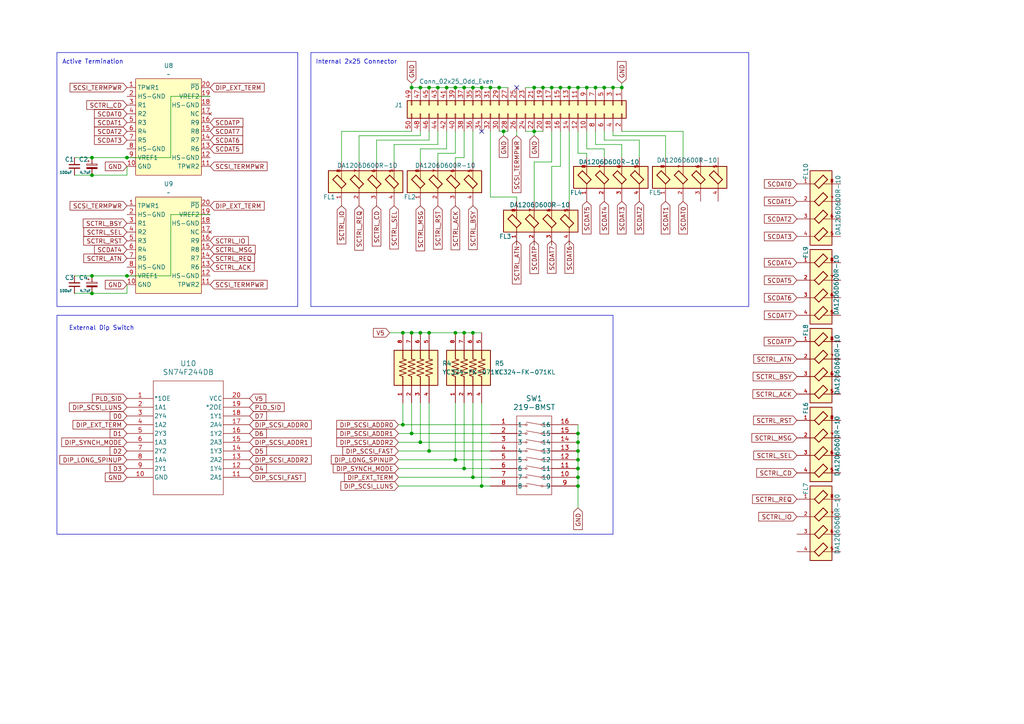
<source format=kicad_sch>
(kicad_sch (version 20250114) (generator "eeschema") (generator_version "9.0")
  (paper "A4")
  (lib_symbols
    (symbol "219_8MST:219-8MST" (pin_names (offset 0.254))
      (property "Reference" "SW" (at 12.7 7.62 0))
      (property "Value" "219-8MST" (at 12.7 5.08 0))
      (symbol "219-8MST_0_1"
        (pin unspecified line (at 0 0 0) (length 7.62) (name "1") (number "1"))
        (pin unspecified line (at 0 -2.54 0) (length 7.62) (name "2") (number "2"))
        (pin unspecified line (at 0 -5.08 0) (length 7.62) (name "3") (number "3"))
        (pin unspecified line (at 0 -7.62 0) (length 7.62) (name "4") (number "4"))
        (pin unspecified line (at 0 -10.16 0) (length 7.62) (name "5") (number "5"))
        (pin unspecified line (at 0 -12.7 0) (length 7.62) (name "6") (number "6"))
        (pin unspecified line (at 0 -15.24 0) (length 7.62) (name "7") (number "7"))
        (pin unspecified line (at 0 -17.78 0) (length 7.62) (name "8") (number "8"))
        (pin unspecified line (at 25.4 0 180) (length 7.62) (name "16") (number "16"))
        (pin unspecified line (at 25.4 -2.54 180) (length 7.62) (name "15") (number "15"))
        (pin unspecified line (at 25.4 -5.08 180) (length 7.62) (name "14") (number "14"))
        (pin unspecified line (at 25.4 -7.62 180) (length 7.62) (name "13") (number "13"))
        (pin unspecified line (at 25.4 -10.16 180) (length 7.62) (name "12") (number "12"))
        (pin unspecified line (at 25.4 -12.7 180) (length 7.62) (name "11") (number "11"))
        (pin unspecified line (at 25.4 -15.24 180) (length 7.62) (name "10") (number "10"))
        (pin unspecified line (at 25.4 -17.78 180) (length 7.62) (name "9") (number "9"))
      )
    )
    (symbol "Connector_Generic:Conn_02x25_Odd_Even" (pin_names (offset 1.016) (hide yes))
      (property "Reference" "J" (at 1.27 33.02 0))
      (property "Value" "Conn_02x25_Odd_Even" (at 1.27 -33.02 0))
      (symbol "Conn_02x25_Odd_Even_1_1"
        (pin passive line (at -5.08 30.48 0) (length 3.81) (name "Pin_1") (number "1"))
        (pin passive line (at -5.08 27.94 0) (length 3.81) (name "Pin_3") (number "3"))
        (pin passive line (at -5.08 25.4 0) (length 3.81) (name "Pin_5") (number "5"))
        (pin passive line (at -5.08 22.86 0) (length 3.81) (name "Pin_7") (number "7"))
        (pin passive line (at -5.08 20.32 0) (length 3.81) (name "Pin_9") (number "9"))
        (pin passive line (at -5.08 17.78 0) (length 3.81) (name "Pin_11") (number "11"))
        (pin passive line (at -5.08 15.24 0) (length 3.81) (name "Pin_13") (number "13"))
        (pin passive line (at -5.08 12.7 0) (length 3.81) (name "Pin_15") (number "15"))
        (pin passive line (at -5.08 10.16 0) (length 3.81) (name "Pin_17") (number "17"))
        (pin passive line (at -5.08 7.62 0) (length 3.81) (name "Pin_19") (number "19"))
        (pin passive line (at -5.08 5.08 0) (length 3.81) (name "Pin_21") (number "21"))
        (pin passive line (at -5.08 2.54 0) (length 3.81) (name "Pin_23") (number "23"))
        (pin passive line (at -5.08 0 0) (length 3.81) (name "Pin_25") (number "25"))
        (pin passive line (at -5.08 -2.54 0) (length 3.81) (name "Pin_27") (number "27"))
        (pin passive line (at -5.08 -5.08 0) (length 3.81) (name "Pin_29") (number "29"))
        (pin passive line (at -5.08 -7.62 0) (length 3.81) (name "Pin_31") (number "31"))
        (pin passive line (at -5.08 -10.16 0) (length 3.81) (name "Pin_33") (number "33"))
        (pin passive line (at -5.08 -12.7 0) (length 3.81) (name "Pin_35") (number "35"))
        (pin passive line (at -5.08 -15.24 0) (length 3.81) (name "Pin_37") (number "37"))
        (pin passive line (at -5.08 -17.78 0) (length 3.81) (name "Pin_39") (number "39"))
        (pin passive line (at -5.08 -20.32 0) (length 3.81) (name "Pin_41") (number "41"))
        (pin passive line (at -5.08 -22.86 0) (length 3.81) (name "Pin_43") (number "43"))
        (pin passive line (at -5.08 -25.4 0) (length 3.81) (name "Pin_45") (number "45"))
        (pin passive line (at -5.08 -27.94 0) (length 3.81) (name "Pin_47") (number "47"))
        (pin passive line (at -5.08 -30.48 0) (length 3.81) (name "Pin_49") (number "49"))
        (pin passive line (at 7.62 30.48 180) (length 3.81) (name "Pin_2") (number "2"))
        (pin passive line (at 7.62 27.94 180) (length 3.81) (name "Pin_4") (number "4"))
        (pin passive line (at 7.62 25.4 180) (length 3.81) (name "Pin_6") (number "6"))
        (pin passive line (at 7.62 22.86 180) (length 3.81) (name "Pin_8") (number "8"))
        (pin passive line (at 7.62 20.32 180) (length 3.81) (name "Pin_10") (number "10"))
        (pin passive line (at 7.62 17.78 180) (length 3.81) (name "Pin_12") (number "12"))
        (pin passive line (at 7.62 15.24 180) (length 3.81) (name "Pin_14") (number "14"))
        (pin passive line (at 7.62 12.7 180) (length 3.81) (name "Pin_16") (number "16"))
        (pin passive line (at 7.62 10.16 180) (length 3.81) (name "Pin_18") (number "18"))
        (pin passive line (at 7.62 7.62 180) (length 3.81) (name "Pin_20") (number "20"))
        (pin passive line (at 7.62 5.08 180) (length 3.81) (name "Pin_22") (number "22"))
        (pin passive line (at 7.62 2.54 180) (length 3.81) (name "Pin_24") (number "24"))
        (pin passive line (at 7.62 0 180) (length 3.81) (name "Pin_26") (number "26"))
        (pin passive line (at 7.62 -2.54 180) (length 3.81) (name "Pin_28") (number "28"))
        (pin passive line (at 7.62 -5.08 180) (length 3.81) (name "Pin_30") (number "30"))
        (pin passive line (at 7.62 -7.62 180) (length 3.81) (name "Pin_32") (number "32"))
        (pin passive line (at 7.62 -10.16 180) (length 3.81) (name "Pin_34") (number "34"))
        (pin passive line (at 7.62 -12.7 180) (length 3.81) (name "Pin_36") (number "36"))
        (pin passive line (at 7.62 -15.24 180) (length 3.81) (name "Pin_38") (number "38"))
        (pin passive line (at 7.62 -17.78 180) (length 3.81) (name "Pin_40") (number "40"))
        (pin passive line (at 7.62 -20.32 180) (length 3.81) (name "Pin_42") (number "42"))
        (pin passive line (at 7.62 -22.86 180) (length 3.81) (name "Pin_44") (number "44"))
        (pin passive line (at 7.62 -25.4 180) (length 3.81) (name "Pin_46") (number "46"))
        (pin passive line (at 7.62 -27.94 180) (length 3.81) (name "Pin_48") (number "48"))
        (pin passive line (at 7.62 -30.48 180) (length 3.81) (name "Pin_50") (number "50"))
      )
    )
    (symbol "DA1206D600R-10:DA1206D600R-10" (pin_names (offset 1.016))
      (property "Reference" "FL" (at -5.08 16.51 0))
      (property "Value" "DA1206D600R-10" (at -5.08 -20.32 0))
      (symbol "DA1206D600R-10_0_0"
        (pin passive line (at -6.35 10.16 0) (length 5.08) (name "~") (number "1"))
        (pin passive line (at -6.35 5.08 0) (length 5.08) (name "~") (number "2"))
        (pin passive line (at -6.35 0 0) (length 5.08) (name "~") (number "3"))
        (pin passive line (at -6.35 -5.08 0) (length 5.08) (name "~") (number "4"))
        (pin passive line (at 6.35 10.16 180) (length 5.08) (name "~") (number "8"))
        (pin passive line (at 6.35 5.08 180) (length 5.08) (name "~") (number "7"))
        (pin passive line (at 6.35 0 180) (length 5.08) (name "~") (number "6"))
        (pin passive line (at 6.35 -5.08 180) (length 5.08) (name "~") (number "5"))
      )
    )
    (symbol "Device:C_Polarized_Small" (pin_numbers (hide yes)) (pin_names (offset 0.254) (hide yes))
      (property "Reference" "C" (at 0.254 1.778 0))
      (property "Value" "C_Polarized_Small" (at 0.254 -2.032 0))
      (symbol "C_Polarized_Small_1_1"
        (pin passive line (at 0 2.54 270) (length 1.8542) (name "~") (number "1"))
        (pin passive line (at 0 -2.54 90) (length 1.8542) (name "~") (number "2"))
      )
    )
    (symbol "Device:C_Small" (pin_numbers (hide yes)) (pin_names (offset 0.254) (hide yes))
      (property "Reference" "C" (at 0.254 1.778 0))
      (property "Value" "C_Small" (at 0.254 -2.032 0))
      (symbol "C_Small_1_1"
        (pin passive line (at 0 2.54 270) (length 2.032) (name "~") (number "1"))
        (pin passive line (at 0 -2.54 90) (length 2.032) (name "~") (number "2"))
      )
    )
    (symbol "SN74F244DB:SN74F244DB" (pin_names (offset 0.254))
      (property "Reference" "U" (at 30.48 10.16 0))
      (property "Value" "SN74F244DB" (at 30.48 7.62 0))
      (symbol "SN74F244DB_0_1"
        (pin input line (at 12.7 0 0) (length 7.62) (name "*1OE") (number "1"))
        (pin input line (at 12.7 -2.54 0) (length 7.62) (name "1A1") (number "2"))
        (pin output line (at 12.7 -5.08 0) (length 7.62) (name "2Y4") (number "3"))
        (pin input line (at 12.7 -7.62 0) (length 7.62) (name "1A2") (number "4"))
        (pin output line (at 12.7 -10.16 0) (length 7.62) (name "2Y3") (number "5"))
        (pin input line (at 12.7 -12.7 0) (length 7.62) (name "1A3") (number "6"))
        (pin output line (at 12.7 -15.24 0) (length 7.62) (name "2Y2") (number "7"))
        (pin input line (at 12.7 -17.78 0) (length 7.62) (name "1A4") (number "8"))
        (pin output line (at 12.7 -20.32 0) (length 7.62) (name "2Y1") (number "9"))
        (pin power_in line (at 12.7 -22.86 0) (length 7.62) (name "GND") (number "10"))
        (pin power_in line (at 48.26 0 180) (length 7.62) (name "VCC") (number "20"))
        (pin input line (at 48.26 -2.54 180) (length 7.62) (name "*2OE") (number "19"))
        (pin output line (at 48.26 -5.08 180) (length 7.62) (name "1Y1") (number "18"))
        (pin input line (at 48.26 -7.62 180) (length 7.62) (name "2A4") (number "17"))
        (pin output line (at 48.26 -10.16 180) (length 7.62) (name "1Y2") (number "16"))
        (pin input line (at 48.26 -12.7 180) (length 7.62) (name "2A3") (number "15"))
        (pin output line (at 48.26 -15.24 180) (length 7.62) (name "1Y3") (number "14"))
        (pin input line (at 48.26 -17.78 180) (length 7.62) (name "2A2") (number "13"))
        (pin output line (at 48.26 -20.32 180) (length 7.62) (name "1Y4") (number "12"))
        (pin input line (at 48.26 -22.86 180) (length 7.62) (name "2A1") (number "11"))
      )
    )
    (symbol "YC324-FK-071KL:YC324-FK-071KL" (pin_names (offset 1.016))
      (property "Reference" "R" (at -5.08 8.128 0))
      (property "Value" "YC324-FK-071KL" (at -5.08 -7.62 0))
      (symbol "YC324-FK-071KL_0_0"
        (pin passive line (at -10.16 5.08 0) (length 5.08) (name "~") (number "1"))
        (pin passive line (at -10.16 2.54 0) (length 5.08) (name "~") (number "2"))
        (pin passive line (at -10.16 0 0) (length 5.08) (name "~") (number "3"))
        (pin passive line (at -10.16 -2.54 0) (length 5.08) (name "~") (number "4"))
        (pin passive line (at 10.16 5.08 180) (length 5.08) (name "~") (number "8"))
        (pin passive line (at 10.16 2.54 180) (length 5.08) (name "~") (number "7"))
        (pin passive line (at 10.16 0 180) (length 5.08) (name "~") (number "6"))
        (pin passive line (at 10.16 -2.54 180) (length 5.08) (name "~") (number "5"))
      )
    )
    (symbol "ds2107:DS21S07AE"
      (property "Reference" "U" (at 3.048 0.508 0))
      (symbol "DS21S07AE_1_1"
        (pin power_in line (at -3.81 -5.08 0) (length 2.54) (name "TPWR1") (number "1"))
        (pin power_in line (at -3.81 -7.62 0) (length 2.54) (name "HS-GND") (number "2"))
        (pin input line (at -3.81 -10.16 0) (length 2.54) (name "R1") (number "3"))
        (pin input line (at -3.81 -12.7 0) (length 2.54) (name "R2") (number "4"))
        (pin input line (at -3.81 -15.24 0) (length 2.54) (name "R3") (number "5"))
        (pin input line (at -3.81 -17.78 0) (length 2.54) (name "R4") (number "6"))
        (pin input line (at -3.81 -20.32 0) (length 2.54) (name "R5") (number "7"))
        (pin power_in line (at -3.81 -22.86 0) (length 2.54) (name "HS-GND") (number "8"))
        (pin power_in line (at -3.81 -25.4 0) (length 2.54) (name "VREF1") (number "9"))
        (pin power_in line (at -3.81 -27.94 0) (length 2.54) (name "GND") (number "10"))
        (pin input line (at 20.32 -5.08 180) (length 2.54) (name "~{PD}") (number "20"))
        (pin power_in line (at 20.32 -7.62 180) (length 2.54) (name "VREF2") (number "19"))
        (pin power_in line (at 20.32 -10.16 180) (length 2.54) (name "HS-GND") (number "18"))
        (pin no_connect line (at 20.32 -12.7 180) (length 2.54) (name "NC") (number "17"))
        (pin input line (at 20.32 -15.24 180) (length 2.54) (name "R9") (number "16"))
        (pin input line (at 20.32 -17.78 180) (length 2.54) (name "R8") (number "15"))
        (pin input line (at 20.32 -20.32 180) (length 2.54) (name "R7") (number "14"))
        (pin input line (at 20.32 -22.86 180) (length 2.54) (name "R6") (number "13"))
        (pin power_in line (at 20.32 -25.4 180) (length 2.54) (name "HS-GND") (number "12"))
        (pin power_in line (at 20.32 -27.94 180) (length 2.54) (name "TPWR2") (number "11"))
      )
    )
  )
  (rectangle (start 90.17 15.24) (end 217.17 88.9))
  (rectangle (start 16.51 91.44) (end 177.8 154.94))
  (rectangle (start 16.51 15.24) (end 86.36 88.9))
  (text "Active Termination\n" (at 26.924 18.034 0) (effects (font (size 1.27 1.27))))
  (text "Internal 2x25 Connector" (at 103.378 18.034 0) (effects (font (size 1.27 1.27))))
  (text "External Dip Switch\n" (at 29.464 95.25 0) (effects (font (size 1.27 1.27))))
  (junction (at 142.24 25.4))
  (junction (at 26.67 50.8))
  (junction (at 124.46 96.52))
  (junction (at 121.92 25.4))
  (junction (at 167.64 140.97))
  (junction (at 134.62 96.52))
  (junction (at 119.38 125.73))
  (junction (at 165.1 25.4))
  (junction (at 134.62 135.89))
  (junction (at 167.64 133.35))
  (junction (at 26.67 85.09))
  (junction (at 121.92 96.52))
  (junction (at 124.46 25.4))
  (junction (at 137.16 96.52))
  (junction (at 124.46 130.81))
  (junction (at 139.7 140.97))
  (junction (at 132.08 25.4))
  (junction (at 36.83 45.72))
  (junction (at 170.18 25.4))
  (junction (at 134.62 25.4))
  (junction (at 180.34 25.4))
  (junction (at 146.05 38.1))
  (junction (at 172.72 25.4))
  (junction (at 116.84 96.52))
  (junction (at 132.08 133.35))
  (junction (at 167.64 138.43))
  (junction (at 26.67 80.01))
  (junction (at 154.94 25.4))
  (junction (at 132.08 96.52))
  (junction (at 26.67 45.72))
  (junction (at 175.26 25.4))
  (junction (at 167.64 25.4))
  (junction (at 167.64 130.81))
  (junction (at 160.02 25.4))
  (junction (at 167.64 135.89))
  (junction (at 177.8 25.4))
  (junction (at 137.16 25.4))
  (junction (at 36.83 80.01))
  (junction (at 127 25.4))
  (junction (at 167.64 128.27))
  (junction (at 154.94 38.1))
  (junction (at 116.84 123.19))
  (junction (at 144.78 25.4))
  (junction (at 139.7 25.4))
  (junction (at 129.54 25.4))
  (junction (at 119.38 25.4))
  (junction (at 167.64 125.73))
  (junction (at 157.48 25.4))
  (junction (at 162.56 25.4))
  (junction (at 137.16 138.43))
  (junction (at 121.92 128.27))
  (junction (at 119.38 96.52))
  (no_connect (at 139.7 38.1))
  (no_connect (at 149.86 25.4))
  (wire (pts (xy 154.94 38.1) (xy 154.94 39.37)))
  (wire (pts (xy 134.62 45.72) (xy 132.08 45.72)))
  (wire (pts (xy 162.56 25.4) (xy 165.1 25.4)))
  (wire (pts (xy 115.57 138.43) (xy 137.16 138.43)))
  (wire (pts (xy 137.16 38.1) (xy 137.16 46.99)))
  (wire (pts (xy 36.83 85.09) (xy 26.67 85.09)))
  (wire (pts (xy 36.83 80.01) (xy 49.53 80.01)))
  (wire (pts (xy 154.94 25.4) (xy 157.48 25.4)))
  (wire (pts (xy 167.64 123.19) (xy 167.64 125.73)))
  (wire (pts (xy 157.48 25.4) (xy 160.02 25.4)))
  (wire (pts (xy 137.16 116.84) (xy 137.16 138.43)))
  (wire (pts (xy 124.46 40.64) (xy 124.46 38.1)))
  (wire (pts (xy 109.22 46.99) (xy 109.22 40.64)))
  (wire (pts (xy 154.94 38.1) (xy 157.48 38.1)))
  (wire (pts (xy 172.72 25.4) (xy 175.26 25.4)))
  (wire (pts (xy 167.64 128.27) (xy 167.64 130.81)))
  (wire (pts (xy 121.92 39.37) (xy 121.92 38.1)))
  (wire (pts (xy 121.92 96.52) (xy 124.46 96.52)))
  (wire (pts (xy 180.34 24.13) (xy 180.34 25.4)))
  (wire (pts (xy 142.24 38.1) (xy 142.24 57.15)))
  (wire (pts (xy 185.42 40.64) (xy 185.42 45.72)))
  (wire (pts (xy 127 25.4) (xy 129.54 25.4)))
  (wire (pts (xy 104.14 46.99) (xy 104.14 39.37)))
  (wire (pts (xy 134.62 25.4) (xy 137.16 25.4)))
  (wire (pts (xy 119.38 125.73) (xy 142.24 125.73)))
  (wire (pts (xy 127 44.45) (xy 127 46.99)))
  (wire (pts (xy 115.57 130.81) (xy 124.46 130.81)))
  (wire (pts (xy 119.38 25.4) (xy 121.92 25.4)))
  (wire (pts (xy 36.83 50.8) (xy 26.67 50.8)))
  (wire (pts (xy 121.92 128.27) (xy 142.24 128.27)))
  (wire (pts (xy 129.54 43.18) (xy 121.92 43.18)))
  (wire (pts (xy 124.46 116.84) (xy 124.46 130.81)))
  (wire (pts (xy 134.62 135.89) (xy 142.24 135.89)))
  (wire (pts (xy 177.8 25.4) (xy 180.34 25.4)))
  (wire (pts (xy 21.59 45.72) (xy 26.67 45.72)))
  (wire (pts (xy 115.57 123.19) (xy 116.84 123.19)))
  (wire (pts (xy 115.57 135.89) (xy 134.62 135.89)))
  (wire (pts (xy 167.64 130.81) (xy 167.64 133.35)))
  (wire (pts (xy 175.26 40.64) (xy 185.42 40.64)))
  (wire (pts (xy 115.57 128.27) (xy 121.92 128.27)))
  (wire (pts (xy 132.08 45.72) (xy 132.08 46.99)))
  (wire (pts (xy 139.7 25.4) (xy 142.24 25.4)))
  (wire (pts (xy 49.53 80.01) (xy 49.53 62.23)))
  (wire (pts (xy 36.83 45.72) (xy 49.53 45.72)))
  (wire (pts (xy 132.08 96.52) (xy 134.62 96.52)))
  (wire (pts (xy 177.8 39.37) (xy 193.04 39.37)))
  (wire (pts (xy 115.57 125.73) (xy 119.38 125.73)))
  (wire (pts (xy 167.64 135.89) (xy 167.64 138.43)))
  (wire (pts (xy 170.18 44.45) (xy 170.18 45.72)))
  (wire (pts (xy 49.53 45.72) (xy 49.53 27.94)))
  (wire (pts (xy 121.92 43.18) (xy 121.92 46.99)))
  (wire (pts (xy 167.64 38.1) (xy 167.64 44.45)))
  (wire (pts (xy 144.78 25.4) (xy 147.32 25.4)))
  (wire (pts (xy 154.94 71.12) (xy 154.94 69.85)))
  (wire (pts (xy 142.24 25.4) (xy 144.78 25.4)))
  (wire (pts (xy 146.05 38.1) (xy 146.05 39.37)))
  (wire (pts (xy 162.56 38.1) (xy 162.56 48.26)))
  (wire (pts (xy 180.34 41.91) (xy 180.34 45.72)))
  (wire (pts (xy 132.08 25.4) (xy 134.62 25.4)))
  (wire (pts (xy 149.86 57.15) (xy 149.86 58.42)))
  (wire (pts (xy 116.84 96.52) (xy 119.38 96.52)))
  (wire (pts (xy 119.38 38.1) (xy 99.06 38.1)))
  (wire (pts (xy 175.26 38.1) (xy 175.26 40.64)))
  (wire (pts (xy 104.14 39.37) (xy 121.92 39.37)))
  (wire (pts (xy 116.84 123.19) (xy 142.24 123.19)))
  (wire (pts (xy 99.06 38.1) (xy 99.06 46.99)))
  (wire (pts (xy 167.64 138.43) (xy 167.64 140.97)))
  (wire (pts (xy 21.59 85.09) (xy 26.67 85.09)))
  (wire (pts (xy 134.62 116.84) (xy 134.62 135.89)))
  (wire (pts (xy 160.02 25.4) (xy 162.56 25.4)))
  (wire (pts (xy 114.3 41.91) (xy 127 41.91)))
  (wire (pts (xy 167.64 140.97) (xy 167.64 147.32)))
  (wire (pts (xy 149.86 39.37) (xy 149.86 38.1)))
  (wire (pts (xy 139.7 116.84) (xy 139.7 140.97)))
  (wire (pts (xy 124.46 25.4) (xy 127 25.4)))
  (wire (pts (xy 134.62 96.52) (xy 137.16 96.52)))
  (wire (pts (xy 170.18 25.4) (xy 172.72 25.4)))
  (wire (pts (xy 132.08 44.45) (xy 127 44.45)))
  (wire (pts (xy 119.38 96.52) (xy 121.92 96.52)))
  (wire (pts (xy 49.53 62.23) (xy 60.96 62.23)))
  (wire (pts (xy 115.57 140.97) (xy 139.7 140.97)))
  (wire (pts (xy 36.83 82.55) (xy 36.83 85.09)))
  (wire (pts (xy 149.86 71.12) (xy 149.86 69.85)))
  (wire (pts (xy 129.54 38.1) (xy 129.54 43.18)))
  (wire (pts (xy 180.34 38.1) (xy 198.12 38.1)))
  (wire (pts (xy 49.53 27.94) (xy 60.96 27.94)))
  (wire (pts (xy 165.1 71.12) (xy 165.1 69.85)))
  (wire (pts (xy 175.26 43.18) (xy 175.26 45.72)))
  (wire (pts (xy 109.22 40.64) (xy 124.46 40.64)))
  (wire (pts (xy 26.67 45.72) (xy 36.83 45.72)))
  (wire (pts (xy 142.24 57.15) (xy 149.86 57.15)))
  (wire (pts (xy 113.03 96.52) (xy 116.84 96.52)))
  (wire (pts (xy 170.18 38.1) (xy 170.18 43.18)))
  (wire (pts (xy 119.38 24.13) (xy 119.38 25.4)))
  (wire (pts (xy 165.1 25.4) (xy 167.64 25.4)))
  (wire (pts (xy 170.18 43.18) (xy 175.26 43.18)))
  (wire (pts (xy 193.04 39.37) (xy 193.04 45.72)))
  (wire (pts (xy 154.94 46.99) (xy 154.94 58.42)))
  (wire (pts (xy 36.83 48.26) (xy 36.83 50.8)))
  (wire (pts (xy 119.38 116.84) (xy 119.38 125.73)))
  (wire (pts (xy 137.16 25.4) (xy 139.7 25.4)))
  (wire (pts (xy 172.72 38.1) (xy 172.72 41.91)))
  (wire (pts (xy 172.72 41.91) (xy 180.34 41.91)))
  (wire (pts (xy 114.3 41.91) (xy 114.3 46.99)))
  (wire (pts (xy 116.84 116.84) (xy 116.84 123.19)))
  (wire (pts (xy 121.92 116.84) (xy 121.92 128.27)))
  (wire (pts (xy 160.02 48.26) (xy 162.56 48.26)))
  (wire (pts (xy 137.16 138.43) (xy 142.24 138.43)))
  (wire (pts (xy 152.4 25.4) (xy 154.94 25.4)))
  (wire (pts (xy 177.8 38.1) (xy 177.8 39.37)))
  (wire (pts (xy 160.02 46.99) (xy 154.94 46.99)))
  (wire (pts (xy 132.08 38.1) (xy 132.08 44.45)))
  (wire (pts (xy 124.46 130.81) (xy 142.24 130.81)))
  (wire (pts (xy 121.92 25.4) (xy 124.46 25.4)))
  (wire (pts (xy 167.64 25.4) (xy 170.18 25.4)))
  (wire (pts (xy 137.16 96.52) (xy 139.7 96.52)))
  (wire (pts (xy 132.08 116.84) (xy 132.08 133.35)))
  (wire (pts (xy 127 41.91) (xy 127 38.1)))
  (wire (pts (xy 146.05 38.1) (xy 147.32 38.1)))
  (wire (pts (xy 26.67 80.01) (xy 36.83 80.01)))
  (wire (pts (xy 129.54 25.4) (xy 132.08 25.4)))
  (wire (pts (xy 160.02 48.26) (xy 160.02 58.42)))
  (wire (pts (xy 165.1 38.1) (xy 165.1 58.42)))
  (wire (pts (xy 132.08 133.35) (xy 142.24 133.35)))
  (wire (pts (xy 167.64 133.35) (xy 167.64 135.89)))
  (wire (pts (xy 21.59 50.8) (xy 26.67 50.8)))
  (wire (pts (xy 175.26 25.4) (xy 177.8 25.4)))
  (wire (pts (xy 167.64 125.73) (xy 167.64 128.27)))
  (wire (pts (xy 170.18 44.45) (xy 167.64 44.45)))
  (wire (pts (xy 198.12 45.72) (xy 198.12 38.1)))
  (wire (pts (xy 124.46 96.52) (xy 132.08 96.52)))
  (wire (pts (xy 115.57 133.35) (xy 132.08 133.35)))
  (wire (pts (xy 160.02 38.1) (xy 160.02 46.99)))
  (wire (pts (xy 160.02 71.12) (xy 160.02 69.85)))
  (wire (pts (xy 134.62 38.1) (xy 134.62 45.72)))
  (wire (pts (xy 21.59 80.01) (xy 26.67 80.01)))
  (wire (pts (xy 144.78 38.1) (xy 146.05 38.1)))
  (wire (pts (xy 139.7 140.97) (xy 142.24 140.97)))
  (wire (pts (xy 152.4 38.1) (xy 154.94 38.1)))
  (global_label "DIP_SCSI_ADDR0" (shape input) (at 115.57 123.19 180) (property "Intersheetrefs" "${INTERSHEET_REFS}" (effects (hide yes))))
  (global_label "SCSI_TERMPWR" (shape input) (at 60.96 82.55 0) (property "Intersheetrefs" "${INTERSHEET_REFS}" (effects (hide yes))))
  (global_label "PLD_SID" (shape input) (at 72.39 118.11 0) (property "Intersheetrefs" "${INTERSHEET_REFS}" (effects (hide yes))))
  (global_label "SCDAT4" (shape input) (at 175.26 58.42 270) (property "Intersheetrefs" "${INTERSHEET_REFS}" (effects (hide yes))))
  (global_label "DIP_SCSI_FAST" (shape input) (at 72.39 138.43 0) (property "Intersheetrefs" "${INTERSHEET_REFS}" (effects (hide yes))))
  (global_label "SCTRL_IO" (shape input) (at 231.14 149.86 180) (property "Intersheetrefs" "${INTERSHEET_REFS}" (effects (hide yes))))
  (global_label "D5" (shape input) (at 72.39 130.81 0) (property "Intersheetrefs" "${INTERSHEET_REFS}" (effects (hide yes))))
  (global_label "SCDAT7" (shape input) (at 60.96 38.1 0) (property "Intersheetrefs" "${INTERSHEET_REFS}" (effects (hide yes))))
  (global_label "DIP_SYNCH_MODE" (shape input) (at 36.83 128.27 180) (property "Intersheetrefs" "${INTERSHEET_REFS}" (effects (hide yes))))
  (global_label "SCTRL_CD" (shape input) (at 36.83 30.48 180) (property "Intersheetrefs" "${INTERSHEET_REFS}" (effects (hide yes))))
  (global_label "DIP_SCSI_ADDR2" (shape input) (at 72.39 133.35 0) (property "Intersheetrefs" "${INTERSHEET_REFS}" (effects (hide yes))))
  (global_label "SCDAT2" (shape input) (at 185.42 58.42 270) (property "Intersheetrefs" "${INTERSHEET_REFS}" (effects (hide yes))))
  (global_label "DIP_LONG_SPINUP" (shape input) (at 115.57 133.35 180) (property "Intersheetrefs" "${INTERSHEET_REFS}" (effects (hide yes))))
  (global_label "GND" (shape input) (at 36.83 138.43 180) (property "Intersheetrefs" "${INTERSHEET_REFS}" (effects (hide yes))))
  (global_label "SCSI_TERMPWR" (shape input) (at 149.86 39.37 270) (property "Intersheetrefs" "${INTERSHEET_REFS}" (effects (hide yes))))
  (global_label "SCDAT1" (shape input) (at 193.04 58.42 270) (property "Intersheetrefs" "${INTERSHEET_REFS}" (effects (hide yes))))
  (global_label "D2" (shape input) (at 36.83 130.81 180) (property "Intersheetrefs" "${INTERSHEET_REFS}" (effects (hide yes))))
  (global_label "DIP_EXT_TERM" (shape input) (at 60.96 59.69 0) (property "Intersheetrefs" "${INTERSHEET_REFS}" (effects (hide yes))))
  (global_label "SCTRL_BSY" (shape input) (at 137.16 59.69 270) (property "Intersheetrefs" "${INTERSHEET_REFS}" (effects (hide yes))))
  (global_label "SCTRL_RST" (shape input) (at 127 59.69 270) (property "Intersheetrefs" "${INTERSHEET_REFS}" (effects (hide yes))))
  (global_label "SCTRL_ATN" (shape input) (at 231.14 104.14 180) (property "Intersheetrefs" "${INTERSHEET_REFS}" (effects (hide yes))))
  (global_label "SCTRL_MSG" (shape input) (at 121.92 59.69 270) (property "Intersheetrefs" "${INTERSHEET_REFS}" (effects (hide yes))))
  (global_label "SCDAT3" (shape input) (at 36.83 40.64 180) (property "Intersheetrefs" "${INTERSHEET_REFS}" (effects (hide yes))))
  (global_label "SCTRL_SEL" (shape input) (at 231.14 132.08 180) (property "Intersheetrefs" "${INTERSHEET_REFS}" (effects (hide yes))))
  (global_label "D3" (shape input) (at 36.83 135.89 180) (property "Intersheetrefs" "${INTERSHEET_REFS}" (effects (hide yes))))
  (global_label "SCTRL_RST" (shape input) (at 36.83 69.85 180) (property "Intersheetrefs" "${INTERSHEET_REFS}" (effects (hide yes))))
  (global_label "DIP_SCSI_ADDR1" (shape input) (at 115.57 125.73 180) (property "Intersheetrefs" "${INTERSHEET_REFS}" (effects (hide yes))))
  (global_label "DIP_SCSI_LUNS" (shape input) (at 115.57 140.97 180) (property "Intersheetrefs" "${INTERSHEET_REFS}" (effects (hide yes))))
  (global_label "DIP_SCSI_FAST" (shape input) (at 115.57 130.81 180) (property "Intersheetrefs" "${INTERSHEET_REFS}" (effects (hide yes))))
  (global_label "SCTRL_BSY" (shape input) (at 231.14 109.22 180) (property "Intersheetrefs" "${INTERSHEET_REFS}" (effects (hide yes))))
  (global_label "SCTRL_BSY" (shape input) (at 36.83 64.77 180) (property "Intersheetrefs" "${INTERSHEET_REFS}" (effects (hide yes))))
  (global_label "SCSI_TERMPWR" (shape input) (at 36.83 25.4 180) (property "Intersheetrefs" "${INTERSHEET_REFS}" (effects (hide yes))))
  (global_label "SCDAT6" (shape input) (at 231.14 86.36 180) (property "Intersheetrefs" "${INTERSHEET_REFS}" (effects (hide yes))))
  (global_label "SCDAT4" (shape input) (at 231.14 76.2 180) (property "Intersheetrefs" "${INTERSHEET_REFS}" (effects (hide yes))))
  (global_label "PLD_SID" (shape input) (at 36.83 115.57 180) (property "Intersheetrefs" "${INTERSHEET_REFS}" (effects (hide yes))))
  (global_label "GND" (shape input) (at 167.64 147.32 270) (property "Intersheetrefs" "${INTERSHEET_REFS}" (effects (hide yes))))
  (global_label "SCDAT5" (shape input) (at 60.96 43.18 0) (property "Intersheetrefs" "${INTERSHEET_REFS}" (effects (hide yes))))
  (global_label "D7" (shape input) (at 72.39 120.65 0) (property "Intersheetrefs" "${INTERSHEET_REFS}" (effects (hide yes))))
  (global_label "SCTRL_MSG" (shape input) (at 60.96 72.39 0) (property "Intersheetrefs" "${INTERSHEET_REFS}" (effects (hide yes))))
  (global_label "DIP_SCSI_LUNS" (shape input) (at 36.83 118.11 180) (property "Intersheetrefs" "${INTERSHEET_REFS}" (effects (hide yes))))
  (global_label "SCDAT6" (shape input) (at 165.1 69.85 270) (property "Intersheetrefs" "${INTERSHEET_REFS}" (effects (hide yes))))
  (global_label "SCTRL_RST" (shape input) (at 231.14 121.92 180) (property "Intersheetrefs" "${INTERSHEET_REFS}" (effects (hide yes))))
  (global_label "SCTRL_ACK" (shape input) (at 60.96 77.47 0) (property "Intersheetrefs" "${INTERSHEET_REFS}" (effects (hide yes))))
  (global_label "SCDAT0" (shape input) (at 231.14 53.34 180) (property "Intersheetrefs" "${INTERSHEET_REFS}" (effects (hide yes))))
  (global_label "D4" (shape input) (at 72.39 135.89 0) (property "Intersheetrefs" "${INTERSHEET_REFS}" (effects (hide yes))))
  (global_label "SCDAT3" (shape input) (at 180.34 58.42 270) (property "Intersheetrefs" "${INTERSHEET_REFS}" (effects (hide yes))))
  (global_label "GND" (shape input) (at 119.38 24.13 90) (property "Intersheetrefs" "${INTERSHEET_REFS}" (effects (hide yes))))
  (global_label "SCTRL_ATN" (shape input) (at 149.86 69.85 270) (property "Intersheetrefs" "${INTERSHEET_REFS}" (effects (hide yes))))
  (global_label "SCDATP" (shape input) (at 154.94 69.85 270) (property "Intersheetrefs" "${INTERSHEET_REFS}" (effects (hide yes))))
  (global_label "SCDAT7" (shape input) (at 160.02 69.85 270) (property "Intersheetrefs" "${INTERSHEET_REFS}" (effects (hide yes))))
  (global_label "DIP_SCSI_ADDR1" (shape input) (at 72.39 128.27 0) (property "Intersheetrefs" "${INTERSHEET_REFS}" (effects (hide yes))))
  (global_label "SCDAT5" (shape input) (at 231.14 81.28 180) (property "Intersheetrefs" "${INTERSHEET_REFS}" (effects (hide yes))))
  (global_label "GND" (shape input) (at 36.83 82.55 180) (property "Intersheetrefs" "${INTERSHEET_REFS}" (effects (hide yes))))
  (global_label "SCTRL_ACK" (shape input) (at 231.14 114.3 180) (property "Intersheetrefs" "${INTERSHEET_REFS}" (effects (hide yes))))
  (global_label "SCTRL_REQ" (shape input) (at 231.14 144.78 180) (property "Intersheetrefs" "${INTERSHEET_REFS}" (effects (hide yes))))
  (global_label "SCTRL_ATN" (shape input) (at 36.83 74.93 180) (property "Intersheetrefs" "${INTERSHEET_REFS}" (effects (hide yes))))
  (global_label "SCTRL_CD" (shape input) (at 231.14 137.16 180) (property "Intersheetrefs" "${INTERSHEET_REFS}" (effects (hide yes))))
  (global_label "DIP_EXT_TERM" (shape input) (at 115.57 138.43 180) (property "Intersheetrefs" "${INTERSHEET_REFS}" (effects (hide yes))))
  (global_label "SCDAT1" (shape input) (at 231.14 58.42 180) (property "Intersheetrefs" "${INTERSHEET_REFS}" (effects (hide yes))))
  (global_label "SCDAT5" (shape input) (at 170.18 58.42 270) (property "Intersheetrefs" "${INTERSHEET_REFS}" (effects (hide yes))))
  (global_label "GND" (shape input) (at 180.34 24.13 90) (property "Intersheetrefs" "${INTERSHEET_REFS}" (effects (hide yes))))
  (global_label "GND" (shape input) (at 154.94 39.37 270) (property "Intersheetrefs" "${INTERSHEET_REFS}" (effects (hide yes))))
  (global_label "DIP_SYNCH_MODE" (shape input) (at 115.57 135.89 180) (property "Intersheetrefs" "${INTERSHEET_REFS}" (effects (hide yes))))
  (global_label "SCDAT3" (shape input) (at 231.14 68.58 180) (property "Intersheetrefs" "${INTERSHEET_REFS}" (effects (hide yes))))
  (global_label "SCTRL_CD" (shape input) (at 109.22 59.69 270) (property "Intersheetrefs" "${INTERSHEET_REFS}" (effects (hide yes))))
  (global_label "SCTRL_REQ" (shape input) (at 104.14 59.69 270) (property "Intersheetrefs" "${INTERSHEET_REFS}" (effects (hide yes))))
  (global_label "SCDATP" (shape input) (at 231.14 99.06 180) (property "Intersheetrefs" "${INTERSHEET_REFS}" (effects (hide yes))))
  (global_label "D0" (shape input) (at 36.83 120.65 180) (property "Intersheetrefs" "${INTERSHEET_REFS}" (effects (hide yes))))
  (global_label "D1" (shape input) (at 36.83 125.73 180) (property "Intersheetrefs" "${INTERSHEET_REFS}" (effects (hide yes))))
  (global_label "D6" (shape input) (at 72.39 125.73 0) (property "Intersheetrefs" "${INTERSHEET_REFS}" (effects (hide yes))))
  (global_label "SCSI_TERMPWR" (shape input) (at 60.96 48.26 0) (property "Intersheetrefs" "${INTERSHEET_REFS}" (effects (hide yes))))
  (global_label "SCDAT7" (shape input) (at 231.14 91.44 180) (property "Intersheetrefs" "${INTERSHEET_REFS}" (effects (hide yes))))
  (global_label "DIP_LONG_SPINUP" (shape input) (at 36.83 133.35 180) (property "Intersheetrefs" "${INTERSHEET_REFS}" (effects (hide yes))))
  (global_label "SCSI_TERMPWR" (shape input) (at 36.83 59.69 180) (property "Intersheetrefs" "${INTERSHEET_REFS}" (effects (hide yes))))
  (global_label "SCDAT2" (shape input) (at 36.83 38.1 180) (property "Intersheetrefs" "${INTERSHEET_REFS}" (effects (hide yes))))
  (global_label "GND" (shape input) (at 36.83 48.26 180) (property "Intersheetrefs" "${INTERSHEET_REFS}" (effects (hide yes))))
  (global_label "SCTRL_REQ" (shape input) (at 60.96 74.93 0) (property "Intersheetrefs" "${INTERSHEET_REFS}" (effects (hide yes))))
  (global_label "V5" (shape input) (at 72.39 115.57 0) (property "Intersheetrefs" "${INTERSHEET_REFS}" (effects (hide yes))))
  (global_label "SCTRL_SEL" (shape input) (at 114.3 59.69 270) (property "Intersheetrefs" "${INTERSHEET_REFS}" (effects (hide yes))))
  (global_label "SCTRL_IO" (shape input) (at 99.06 59.69 270) (property "Intersheetrefs" "${INTERSHEET_REFS}" (effects (hide yes))))
  (global_label "SCDATP" (shape input) (at 60.96 35.56 0) (property "Intersheetrefs" "${INTERSHEET_REFS}" (effects (hide yes))))
  (global_label "SCTRL_MSG" (shape input) (at 231.14 127 180) (property "Intersheetrefs" "${INTERSHEET_REFS}" (effects (hide yes))))
  (global_label "SCDAT6" (shape input) (at 60.96 40.64 0) (property "Intersheetrefs" "${INTERSHEET_REFS}" (effects (hide yes))))
  (global_label "SCTRL_IO" (shape input) (at 60.96 69.85 0) (property "Intersheetrefs" "${INTERSHEET_REFS}" (effects (hide yes))))
  (global_label "SCDAT1" (shape input) (at 36.83 35.56 180) (property "Intersheetrefs" "${INTERSHEET_REFS}" (effects (hide yes))))
  (global_label "SCTRL_SEL" (shape input) (at 36.83 67.31 180) (property "Intersheetrefs" "${INTERSHEET_REFS}" (effects (hide yes))))
  (global_label "SCDAT0" (shape input) (at 198.12 58.42 270) (property "Intersheetrefs" "${INTERSHEET_REFS}" (effects (hide yes))))
  (global_label "V5" (shape input) (at 113.03 96.52 180) (property "Intersheetrefs" "${INTERSHEET_REFS}" (effects (hide yes))))
  (global_label "DIP_EXT_TERM" (shape input) (at 36.83 123.19 180) (property "Intersheetrefs" "${INTERSHEET_REFS}" (effects (hide yes))))
  (global_label "SCTRL_ACK" (shape input) (at 132.08 59.69 270) (property "Intersheetrefs" "${INTERSHEET_REFS}" (effects (hide yes))))
  (global_label "SCDAT0" (shape input) (at 36.83 33.02 180) (property "Intersheetrefs" "${INTERSHEET_REFS}" (effects (hide yes))))
  (global_label "DIP_SCSI_ADDR0" (shape input) (at 72.39 123.19 0) (property "Intersheetrefs" "${INTERSHEET_REFS}" (effects (hide yes))))
  (global_label "SCDAT4" (shape input) (at 36.83 72.39 180) (property "Intersheetrefs" "${INTERSHEET_REFS}" (effects (hide yes))))
  (global_label "SCDAT2" (shape input) (at 231.14 63.5 180) (property "Intersheetrefs" "${INTERSHEET_REFS}" (effects (hide yes))))
  (global_label "GND" (shape input) (at 146.05 39.37 270) (property "Intersheetrefs" "${INTERSHEET_REFS}" (effects (hide yes))))
  (global_label "DIP_SCSI_ADDR2" (shape input) (at 115.57 128.27 180) (property "Intersheetrefs" "${INTERSHEET_REFS}" (effects (hide yes))))
  (global_label "DIP_EXT_TERM" (shape input) (at 60.96 25.4 0) (property "Intersheetrefs" "${INTERSHEET_REFS}" (effects (hide yes))))
  (symbol (lib_id "YC324-FK-071KL:YC324-FK-071KL") (at 121.92 106.68 90) (unit 1)
    (property "Reference" "R4" (at 128.27 105.4099 90) (effects (justify right)))
    (property "Value" "YC324-FK-071KL" (at 128.27 107.9499 90) (effects (justify right)))
    (property "Footprint" "YC324-FK-071KL:RESCAXS127P508X320X70-8N" (effects (hide yes)))
    (property "MAXIMUM_PACKAGE_HEIGHT" "0.7 mm" (effects (hide yes)))
    (property "PARTREV" "V.9" (effects (hide yes)))
    (property "MANUFACTURER" "Yageo" (effects (hide yes)))
    (property "SNAPEDA_PACKAGE_ID" "22941" (effects (hide yes)))
    (property "STANDARD" "IPC 7351B" (effects (hide yes)))
  )
  (symbol (lib_id "DA1206D600R-10:DA1206D600R-10") (at 109.22 53.34 90) (unit 1)
    (property "Reference" "FL1" (at 97.282 57.15 90) (effects (justify left)))
    (property "Value" "DA1206D600R-10" (at 115.316 48.006 90) (effects (justify left)))
    (property "Footprint" "DA1206D600R-10:FB_DA1206D600R-10" (effects (hide yes)))
    (property "DigiKey_Part_Number" "240-2539-2-ND" (effects (hide yes)))
    (property "SnapEDA_Link" "https://www.snapeda.com/parts/DA1206D600R-10/Laird/view-part/?ref=snap" (effects (hide yes)))
    (property "MAXIMUM_PACKAGE_HEIGHT" "1.0 mm" (effects (hide yes)))
    (property "Package" "1206 Laird" (effects (hide yes)))
    (property "Check_prices" "https://www.snapeda.com/parts/DA1206D600R-10/Laird/view-part/?ref=eda" (effects (hide yes)))
    (property "STANDARD" "Manufacturer Recommendations" (effects (hide yes)))
    (property "PARTREV" "F" (effects (hide yes)))
    (property "MF" "Laird" (effects (hide yes)))
    (property "MP" "DA1206D600R-10" (effects (hide yes)))
    (property "Description_1" "60 Ohms @ 100 MHz 4 Power, Signal Line Ferrite Bead 1206 (3216 Metric), Array, 8 PC Pad 400mA 200mOhm" (effects (hide yes)))
    (property "MANUFACTURER" "Laird" (effects (hide yes)))
  )
  (symbol (lib_id "DA1206D600R-10:DA1206D600R-10") (at 237.49 109.22 0) (unit 1)
    (property "Reference" "FL8" (at 233.68 97.536 90) (effects (justify left)))
    (property "Value" "DA1206D600R-10" (at 242.824 114.554 90) (effects (justify left)))
    (property "Footprint" "DA1206D600R-10:FB_DA1206D600R-10" (effects (hide yes)))
    (property "DigiKey_Part_Number" "240-2539-2-ND" (effects (hide yes)))
    (property "SnapEDA_Link" "https://www.snapeda.com/parts/DA1206D600R-10/Laird/view-part/?ref=snap" (effects (hide yes)))
    (property "MAXIMUM_PACKAGE_HEIGHT" "1.0 mm" (effects (hide yes)))
    (property "Package" "1206 Laird" (effects (hide yes)))
    (property "Check_prices" "https://www.snapeda.com/parts/DA1206D600R-10/Laird/view-part/?ref=eda" (effects (hide yes)))
    (property "STANDARD" "Manufacturer Recommendations" (effects (hide yes)))
    (property "PARTREV" "F" (effects (hide yes)))
    (property "MF" "Laird" (effects (hide yes)))
    (property "MP" "DA1206D600R-10" (effects (hide yes)))
    (property "Description_1" "60 Ohms @ 100 MHz 4 Power, Signal Line Ferrite Bead 1206 (3216 Metric), Array, 8 PC Pad 400mA 200mOhm" (effects (hide yes)))
    (property "MANUFACTURER" "Laird" (effects (hide yes)))
  )
  (symbol (lib_id "ds2107:DS21S07AE") (at 40.64 54.61 0) (unit 1)
    (property "Reference" "U9" (at 48.895 53.34 0))
    (property "Value" "~" (at 48.895 55.88 0))
    (property "Footprint" "Package_SO:TSSOP-20_4.4x6.5mm_P0.65mm" (effects (hide yes)))
    (property "Datasheet" "https://www.analog.com/media/en/technical-documentation/data-sheets/DS21S07A.pdf" (effects (hide yes)))
  )
  (symbol (lib_id "DA1206D600R-10:DA1206D600R-10") (at 237.49 132.08 0) (unit 1)
    (property "Reference" "FL6" (at 233.68 120.142 90) (effects (justify left)))
    (property "Value" "DA1206D600R-10" (at 242.824 138.176 90) (effects (justify left)))
    (property "Footprint" "DA1206D600R-10:FB_DA1206D600R-10" (effects (hide yes)))
    (property "DigiKey_Part_Number" "240-2539-2-ND" (effects (hide yes)))
    (property "SnapEDA_Link" "https://www.snapeda.com/parts/DA1206D600R-10/Laird/view-part/?ref=snap" (effects (hide yes)))
    (property "MAXIMUM_PACKAGE_HEIGHT" "1.0 mm" (effects (hide yes)))
    (property "Package" "1206 Laird" (effects (hide yes)))
    (property "Check_prices" "https://www.snapeda.com/parts/DA1206D600R-10/Laird/view-part/?ref=eda" (effects (hide yes)))
    (property "STANDARD" "Manufacturer Recommendations" (effects (hide yes)))
    (property "PARTREV" "F" (effects (hide yes)))
    (property "MF" "Laird" (effects (hide yes)))
    (property "MP" "DA1206D600R-10" (effects (hide yes)))
    (property "Description_1" "60 Ohms @ 100 MHz 4 Power, Signal Line Ferrite Bead 1206 (3216 Metric), Array, 8 PC Pad 400mA 200mOhm" (effects (hide yes)))
    (property "MANUFACTURER" "Laird" (effects (hide yes)))
  )
  (symbol (lib_id "YC324-FK-071KL:YC324-FK-071KL") (at 137.16 106.68 90) (unit 1)
    (property "Reference" "R5" (at 143.51 105.4099 90) (effects (justify right)))
    (property "Value" "YC324-FK-071KL" (at 143.51 107.9499 90) (effects (justify right)))
    (property "Footprint" "YC324-FK-071KL:RESCAXS127P508X320X70-8N" (effects (hide yes)))
    (property "MAXIMUM_PACKAGE_HEIGHT" "0.7 mm" (effects (hide yes)))
    (property "PARTREV" "V.9" (effects (hide yes)))
    (property "MANUFACTURER" "Yageo" (effects (hide yes)))
    (property "SNAPEDA_PACKAGE_ID" "22941" (effects (hide yes)))
    (property "STANDARD" "IPC 7351B" (effects (hide yes)))
  )
  (symbol (lib_id "Device:C_Small") (at 21.59 82.55 0) (unit 1)
    (property "Reference" "C3" (at 18.796 80.518 0) (effects (justify left)))
    (property "Value" "100uF" (at 17.272 84.328 0) (effects (font (size 0.762 0.762)) (justify left)))
    (property "Description" "Unpolarized capacitor, small symbol" (effects (hide yes)))
  )
  (symbol (lib_id "219_8MST:219-8MST") (at 142.24 123.19 0) (unit 1)
    (property "Reference" "SW1" (at 154.94 115.57 0) (effects (font (size 1.524 1.524))))
    (property "Value" "219-8MST" (at 154.94 118.11 0) (effects (font (size 1.524 1.524))))
    (property "Footprint" "SO16_219-8_CTS" (effects (hide yes)))
    (property "Datasheet" "219-8MST" (effects (hide yes)))
  )
  (symbol (lib_id "ds2107:DS21S07AE") (at 40.64 20.32 0) (unit 1)
    (property "Reference" "U8" (at 48.895 19.05 0))
    (property "Value" "~" (at 48.895 21.59 0))
    (property "Footprint" "Package_SO:TSSOP-20_4.4x6.5mm_P0.65mm" (effects (hide yes)))
    (property "Datasheet" "https://www.analog.com/media/en/technical-documentation/data-sheets/DS21S07A.pdf" (effects (hide yes)))
  )
  (symbol (lib_id "DA1206D600R-10:DA1206D600R-10") (at 237.49 154.94 0) (unit 1)
    (property "Reference" "FL7" (at 233.68 143.51 90) (effects (justify left)))
    (property "Value" "DA1206D600R-10" (at 242.824 160.782 90) (effects (justify left)))
    (property "Footprint" "DA1206D600R-10:FB_DA1206D600R-10" (effects (hide yes)))
    (property "DigiKey_Part_Number" "240-2539-2-ND" (effects (hide yes)))
    (property "SnapEDA_Link" "https://www.snapeda.com/parts/DA1206D600R-10/Laird/view-part/?ref=snap" (effects (hide yes)))
    (property "MAXIMUM_PACKAGE_HEIGHT" "1.0 mm" (effects (hide yes)))
    (property "Package" "1206 Laird" (effects (hide yes)))
    (property "Check_prices" "https://www.snapeda.com/parts/DA1206D600R-10/Laird/view-part/?ref=eda" (effects (hide yes)))
    (property "STANDARD" "Manufacturer Recommendations" (effects (hide yes)))
    (property "PARTREV" "F" (effects (hide yes)))
    (property "MF" "Laird" (effects (hide yes)))
    (property "MP" "DA1206D600R-10" (effects (hide yes)))
    (property "Description_1" "60 Ohms @ 100 MHz 4 Power, Signal Line Ferrite Bead 1206 (3216 Metric), Array, 8 PC Pad 400mA 200mOhm" (effects (hide yes)))
    (property "MANUFACTURER" "Laird" (effects (hide yes)))
  )
  (symbol (lib_id "Device:C_Polarized_Small") (at 26.67 48.26 0) (unit 1)
    (property "Reference" "C2" (at 22.86 46.228 0) (effects (justify left)))
    (property "Value" "4.7uF" (at 23.114 50.038 0) (effects (font (size 0.762 0.762)) (justify left)))
    (property "Description" "Polarized capacitor, small symbol" (effects (hide yes)))
  )
  (symbol (lib_id "Device:C_Polarized_Small") (at 26.67 82.55 0) (unit 1)
    (property "Reference" "C4" (at 22.86 80.518 0) (effects (justify left)))
    (property "Value" "4.7uF" (at 23.114 84.328 0) (effects (font (size 0.762 0.762)) (justify left)))
    (property "Description" "Polarized capacitor, small symbol" (effects (hide yes)))
  )
  (symbol (lib_id "DA1206D600R-10:DA1206D600R-10") (at 160.02 64.77 90) (unit 1)
    (property "Reference" "FL3" (at 148.336 68.58 90) (effects (justify left)))
    (property "Value" "DA1206D600R-10" (at 165.354 59.436 90) (effects (justify left)))
    (property "Footprint" "DA1206D600R-10:FB_DA1206D600R-10" (effects (hide yes)))
    (property "DigiKey_Part_Number" "240-2539-2-ND" (effects (hide yes)))
    (property "SnapEDA_Link" "https://www.snapeda.com/parts/DA1206D600R-10/Laird/view-part/?ref=snap" (effects (hide yes)))
    (property "MAXIMUM_PACKAGE_HEIGHT" "1.0 mm" (effects (hide yes)))
    (property "Package" "1206 Laird" (effects (hide yes)))
    (property "Check_prices" "https://www.snapeda.com/parts/DA1206D600R-10/Laird/view-part/?ref=eda" (effects (hide yes)))
    (property "STANDARD" "Manufacturer Recommendations" (effects (hide yes)))
    (property "PARTREV" "F" (effects (hide yes)))
    (property "MF" "Laird" (effects (hide yes)))
    (property "MP" "DA1206D600R-10" (effects (hide yes)))
    (property "Description_1" "60 Ohms @ 100 MHz 4 Power, Signal Line Ferrite Bead 1206 (3216 Metric), Array, 8 PC Pad 400mA 200mOhm" (effects (hide yes)))
    (property "MANUFACTURER" "Laird" (effects (hide yes)))
  )
  (symbol (lib_id "DA1206D600R-10:DA1206D600R-10") (at 132.08 53.34 90) (unit 1)
    (property "Reference" "FL2" (at 120.65 57.15 90) (effects (justify left)))
    (property "Value" "DA1206D600R-10" (at 137.922 48.006 90) (effects (justify left)))
    (property "Footprint" "DA1206D600R-10:FB_DA1206D600R-10" (effects (hide yes)))
    (property "DigiKey_Part_Number" "240-2539-2-ND" (effects (hide yes)))
    (property "SnapEDA_Link" "https://www.snapeda.com/parts/DA1206D600R-10/Laird/view-part/?ref=snap" (effects (hide yes)))
    (property "MAXIMUM_PACKAGE_HEIGHT" "1.0 mm" (effects (hide yes)))
    (property "Package" "1206 Laird" (effects (hide yes)))
    (property "Check_prices" "https://www.snapeda.com/parts/DA1206D600R-10/Laird/view-part/?ref=eda" (effects (hide yes)))
    (property "STANDARD" "Manufacturer Recommendations" (effects (hide yes)))
    (property "PARTREV" "F" (effects (hide yes)))
    (property "MF" "Laird" (effects (hide yes)))
    (property "MP" "DA1206D600R-10" (effects (hide yes)))
    (property "Description_1" "60 Ohms @ 100 MHz 4 Power, Signal Line Ferrite Bead 1206 (3216 Metric), Array, 8 PC Pad 400mA 200mOhm" (effects (hide yes)))
    (property "MANUFACTURER" "Laird" (effects (hide yes)))
  )
  (symbol (lib_id "DA1206D600R-10:DA1206D600R-10") (at 237.49 63.5 0) (unit 1)
    (property "Reference" "FL10" (at 233.68 52.07 90) (effects (justify left)))
    (property "Value" "DA1206D600R-10" (at 243.078 68.326 90) (effects (justify left)))
    (property "Footprint" "DA1206D600R-10:FB_DA1206D600R-10" (effects (hide yes)))
    (property "DigiKey_Part_Number" "240-2539-2-ND" (effects (hide yes)))
    (property "SnapEDA_Link" "https://www.snapeda.com/parts/DA1206D600R-10/Laird/view-part/?ref=snap" (effects (hide yes)))
    (property "MAXIMUM_PACKAGE_HEIGHT" "1.0 mm" (effects (hide yes)))
    (property "Package" "1206 Laird" (effects (hide yes)))
    (property "Check_prices" "https://www.snapeda.com/parts/DA1206D600R-10/Laird/view-part/?ref=eda" (effects (hide yes)))
    (property "STANDARD" "Manufacturer Recommendations" (effects (hide yes)))
    (property "PARTREV" "F" (effects (hide yes)))
    (property "MF" "Laird" (effects (hide yes)))
    (property "MP" "DA1206D600R-10" (effects (hide yes)))
    (property "Description_1" "60 Ohms @ 100 MHz 4 Power, Signal Line Ferrite Bead 1206 (3216 Metric), Array, 8 PC Pad 400mA 200mOhm" (effects (hide yes)))
    (property "MANUFACTURER" "Laird" (effects (hide yes)))
  )
  (symbol (lib_id "SN74F244DB:SN74F244DB") (at 24.13 115.57 0) (unit 1)
    (property "Reference" "U10" (at 54.61 105.41 0) (effects (font (size 1.524 1.524))))
    (property "Value" "SN74F244DB" (at 54.61 107.95 0) (effects (font (size 1.524 1.524))))
    (property "Footprint" "DB20" (effects (hide yes)))
    (property "Datasheet" "SN74F244DB" (effects (hide yes)))
  )
  (symbol (lib_id "Device:C_Small") (at 21.59 48.26 0) (unit 1)
    (property "Reference" "C1" (at 18.796 46.228 0) (effects (justify left)))
    (property "Value" "100uF" (at 17.272 50.038 0) (effects (font (size 0.762 0.762)) (justify left)))
    (property "Description" "Unpolarized capacitor, small symbol" (effects (hide yes)))
  )
  (symbol (lib_id "DA1206D600R-10:DA1206D600R-10") (at 203.2 52.07 90) (unit 1)
    (property "Reference" "FL5" (at 191.77 55.88 90) (effects (justify left)))
    (property "Value" "DA1206D600R-10" (at 208.026 46.482 90) (effects (justify left)))
    (property "Footprint" "DA1206D600R-10:FB_DA1206D600R-10" (effects (hide yes)))
    (property "DigiKey_Part_Number" "240-2539-2-ND" (effects (hide yes)))
    (property "SnapEDA_Link" "https://www.snapeda.com/parts/DA1206D600R-10/Laird/view-part/?ref=snap" (effects (hide yes)))
    (property "MAXIMUM_PACKAGE_HEIGHT" "1.0 mm" (effects (hide yes)))
    (property "Package" "1206 Laird" (effects (hide yes)))
    (property "Check_prices" "https://www.snapeda.com/parts/DA1206D600R-10/Laird/view-part/?ref=eda" (effects (hide yes)))
    (property "STANDARD" "Manufacturer Recommendations" (effects (hide yes)))
    (property "PARTREV" "F" (effects (hide yes)))
    (property "MF" "Laird" (effects (hide yes)))
    (property "MP" "DA1206D600R-10" (effects (hide yes)))
    (property "Description_1" "60 Ohms @ 100 MHz 4 Power, Signal Line Ferrite Bead 1206 (3216 Metric), Array, 8 PC Pad 400mA 200mOhm" (effects (hide yes)))
    (property "MANUFACTURER" "Laird" (effects (hide yes)))
  )
  (symbol (lib_id "DA1206D600R-10:DA1206D600R-10") (at 180.34 52.07 90) (unit 1)
    (property "Reference" "FL4" (at 168.91 55.88 90) (effects (justify left)))
    (property "Value" "DA1206D600R-10" (at 185.42 46.99 90) (effects (justify left)))
    (property "Footprint" "DA1206D600R-10:FB_DA1206D600R-10" (effects (hide yes)))
    (property "DigiKey_Part_Number" "240-2539-2-ND" (effects (hide yes)))
    (property "SnapEDA_Link" "https://www.snapeda.com/parts/DA1206D600R-10/Laird/view-part/?ref=snap" (effects (hide yes)))
    (property "MAXIMUM_PACKAGE_HEIGHT" "1.0 mm" (effects (hide yes)))
    (property "Package" "1206 Laird" (effects (hide yes)))
    (property "Check_prices" "https://www.snapeda.com/parts/DA1206D600R-10/Laird/view-part/?ref=eda" (effects (hide yes)))
    (property "STANDARD" "Manufacturer Recommendations" (effects (hide yes)))
    (property "PARTREV" "F" (effects (hide yes)))
    (property "MF" "Laird" (effects (hide yes)))
    (property "MP" "DA1206D600R-10" (effects (hide yes)))
    (property "Description_1" "60 Ohms @ 100 MHz 4 Power, Signal Line Ferrite Bead 1206 (3216 Metric), Array, 8 PC Pad 400mA 200mOhm" (effects (hide yes)))
    (property "MANUFACTURER" "Laird" (effects (hide yes)))
  )
  (symbol (lib_id "DA1206D600R-10:DA1206D600R-10") (at 237.49 86.36 0) (unit 1)
    (property "Reference" "FL9" (at 233.68 74.93 90) (effects (justify left)))
    (property "Value" "DA1206D600R-10" (at 242.57 91.44 90) (effects (justify left)))
    (property "Footprint" "DA1206D600R-10:FB_DA1206D600R-10" (effects (hide yes)))
    (property "DigiKey_Part_Number" "240-2539-2-ND" (effects (hide yes)))
    (property "SnapEDA_Link" "https://www.snapeda.com/parts/DA1206D600R-10/Laird/view-part/?ref=snap" (effects (hide yes)))
    (property "MAXIMUM_PACKAGE_HEIGHT" "1.0 mm" (effects (hide yes)))
    (property "Package" "1206 Laird" (effects (hide yes)))
    (property "Check_prices" "https://www.snapeda.com/parts/DA1206D600R-10/Laird/view-part/?ref=eda" (effects (hide yes)))
    (property "STANDARD" "Manufacturer Recommendations" (effects (hide yes)))
    (property "PARTREV" "F" (effects (hide yes)))
    (property "MF" "Laird" (effects (hide yes)))
    (property "MP" "DA1206D600R-10" (effects (hide yes)))
    (property "Description_1" "60 Ohms @ 100 MHz 4 Power, Signal Line Ferrite Bead 1206 (3216 Metric), Array, 8 PC Pad 400mA 200mOhm" (effects (hide yes)))
    (property "MANUFACTURER" "Laird" (effects (hide yes)))
  )
  (symbol (lib_id "Connector_Generic:Conn_02x25_Odd_Even") (at 149.86 30.48 270) (unit 1)
    (property "Reference" "J1" (at 116.84 30.4799 90) (effects (justify right)))
    (property "Value" "Conn_02x25_Odd_Even" (at 143.256 23.622 90) (effects (justify right)))
    (property "Description" "Generic connector, double row, 02x25, odd/even pin numbering scheme (row 1 odd numbers, row 2 even numbers), script generated (kicad-library-utils/schlib/autogen/connector/)" (effects (hide yes)))
  )
)
</source>
